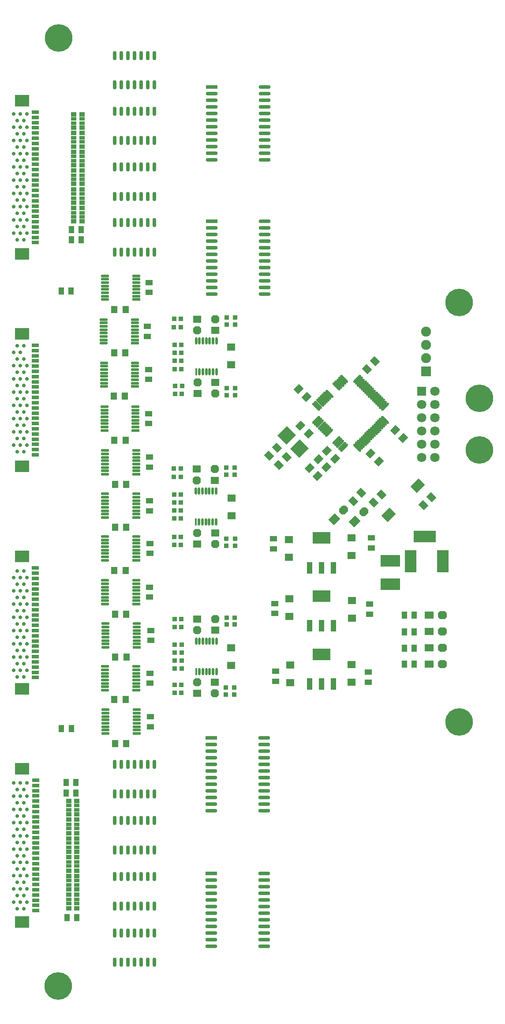
<source format=gts>
G04*
G04 #@! TF.GenerationSoftware,Altium Limited,Altium Designer,18.1.9 (240)*
G04*
G04 Layer_Color=8388736*
%FSLAX25Y25*%
%MOIN*%
G70*
G01*
G75*
%ADD49R,0.03800X0.03800*%
%ADD50R,0.03800X0.03800*%
%ADD51R,0.06300X0.05800*%
G04:AMPARAMS|DCode=52|XSize=63mil|YSize=58mil|CornerRadius=0mil|HoleSize=0mil|Usage=FLASHONLY|Rotation=0.000|XOffset=0mil|YOffset=0mil|HoleType=Round|Shape=Octagon|*
%AMOCTAGOND52*
4,1,8,0.03150,-0.01450,0.03150,0.01450,0.01700,0.02900,-0.01700,0.02900,-0.03150,0.01450,-0.03150,-0.01450,-0.01700,-0.02900,0.01700,-0.02900,0.03150,-0.01450,0.0*
%
%ADD52OCTAGOND52*%

%ADD53R,0.01784X0.05524*%
%ADD54O,0.01784X0.05524*%
%ADD55R,0.06312X0.05524*%
%ADD56R,0.09068X0.02965*%
%ADD57O,0.09068X0.02965*%
%ADD58R,0.05800X0.04300*%
%ADD59R,0.04300X0.05800*%
G04:AMPARAMS|DCode=60|XSize=19.81mil|YSize=78.87mil|CornerRadius=0mil|HoleSize=0mil|Usage=FLASHONLY|Rotation=45.000|XOffset=0mil|YOffset=0mil|HoleType=Round|Shape=Round|*
%AMOVALD60*
21,1,0.05906,0.01981,0.00000,0.00000,135.0*
1,1,0.01981,0.02088,-0.02088*
1,1,0.01981,-0.02088,0.02088*
%
%ADD60OVALD60*%

G04:AMPARAMS|DCode=61|XSize=19.81mil|YSize=78.87mil|CornerRadius=0mil|HoleSize=0mil|Usage=FLASHONLY|Rotation=135.000|XOffset=0mil|YOffset=0mil|HoleType=Round|Shape=Round|*
%AMOVALD61*
21,1,0.05906,0.01981,0.00000,0.00000,225.0*
1,1,0.01981,0.02088,0.02088*
1,1,0.01981,-0.02088,-0.02088*
%
%ADD61OVALD61*%

%ADD62O,0.02559X0.07087*%
G04:AMPARAMS|DCode=63|XSize=86.74mil|YSize=67.06mil|CornerRadius=0mil|HoleSize=0mil|Usage=FLASHONLY|Rotation=45.000|XOffset=0mil|YOffset=0mil|HoleType=Round|Shape=Rectangle|*
%AMROTATEDRECTD63*
4,1,4,-0.00696,-0.05438,-0.05438,-0.00696,0.00696,0.05438,0.05438,0.00696,-0.00696,-0.05438,0.0*
%
%ADD63ROTATEDRECTD63*%

G04:AMPARAMS|DCode=64|XSize=48mil|YSize=58mil|CornerRadius=0mil|HoleSize=0mil|Usage=FLASHONLY|Rotation=225.000|XOffset=0mil|YOffset=0mil|HoleType=Round|Shape=Rectangle|*
%AMROTATEDRECTD64*
4,1,4,-0.00354,0.03748,0.03748,-0.00354,0.00354,-0.03748,-0.03748,0.00354,-0.00354,0.03748,0.0*
%
%ADD64ROTATEDRECTD64*%

G04:AMPARAMS|DCode=65|XSize=68mil|YSize=58mil|CornerRadius=0mil|HoleSize=0mil|Usage=FLASHONLY|Rotation=45.000|XOffset=0mil|YOffset=0mil|HoleType=Round|Shape=Rectangle|*
%AMROTATEDRECTD65*
4,1,4,-0.00354,-0.04455,-0.04455,-0.00354,0.00354,0.04455,0.04455,0.00354,-0.00354,-0.04455,0.0*
%
%ADD65ROTATEDRECTD65*%

G04:AMPARAMS|DCode=66|XSize=68mil|YSize=58mil|CornerRadius=0mil|HoleSize=0mil|Usage=FLASHONLY|Rotation=45.000|XOffset=0mil|YOffset=0mil|HoleType=Round|Shape=Octagon|*
%AMOCTAGOND66*
4,1,8,0.03430,0.01379,0.01379,0.03430,-0.00672,0.03430,-0.03430,0.00672,-0.03430,-0.01379,-0.01379,-0.03430,0.00672,-0.03430,0.03430,-0.00672,0.03430,0.01379,0.0*
%
%ADD66OCTAGOND66*%

%ADD67R,0.04800X0.05800*%
%ADD68R,0.04343X0.03359*%
%ADD69R,0.04343X0.02769*%
%ADD70O,0.06312X0.01981*%
%ADD71R,0.06312X0.01981*%
%ADD72R,0.05721X0.02769*%
%ADD73R,0.10642X0.08674*%
%ADD74R,0.14580X0.08674*%
G04:AMPARAMS|DCode=75|XSize=48mil|YSize=58mil|CornerRadius=0mil|HoleSize=0mil|Usage=FLASHONLY|Rotation=315.000|XOffset=0mil|YOffset=0mil|HoleType=Round|Shape=Rectangle|*
%AMROTATEDRECTD75*
4,1,4,-0.03748,-0.00354,0.00354,0.03748,0.03748,0.00354,-0.00354,-0.03748,-0.03748,-0.00354,0.0*
%
%ADD75ROTATEDRECTD75*%

%ADD76R,0.06800X0.05800*%
G04:AMPARAMS|DCode=77|XSize=68mil|YSize=58mil|CornerRadius=0mil|HoleSize=0mil|Usage=FLASHONLY|Rotation=0.000|XOffset=0mil|YOffset=0mil|HoleType=Round|Shape=Octagon|*
%AMOCTAGOND77*
4,1,8,0.03400,-0.01450,0.03400,0.01450,0.01950,0.02900,-0.01950,0.02900,-0.03400,0.01450,-0.03400,-0.01450,-0.01950,-0.02900,0.01950,-0.02900,0.03400,-0.01450,0.0*
%
%ADD77OCTAGOND77*%

%ADD78R,0.04343X0.09068*%
%ADD79R,0.13398X0.09068*%
G04:AMPARAMS|DCode=80|XSize=102.49mil|YSize=94.61mil|CornerRadius=0mil|HoleSize=0mil|Usage=FLASHONLY|Rotation=225.000|XOffset=0mil|YOffset=0mil|HoleType=Round|Shape=Rectangle|*
%AMROTATEDRECTD80*
4,1,4,0.00278,0.06969,0.06969,0.00278,-0.00278,-0.06969,-0.06969,-0.00278,0.00278,0.06969,0.0*
%
%ADD80ROTATEDRECTD80*%

%ADD81C,0.20800*%
%ADD82R,0.07099X0.07099*%
%ADD83C,0.07099*%
%ADD84R,0.08674X0.16548*%
%ADD85R,0.16548X0.08674*%
%ADD86R,0.07493X0.07493*%
%ADD87C,0.07493*%
%ADD88C,0.02800*%
D49*
X189341Y498700D02*
D03*
X194459D02*
D03*
X194519Y504700D02*
D03*
X189401D02*
D03*
X188901Y517500D02*
D03*
X194019D02*
D03*
X188901Y523600D02*
D03*
X194019D02*
D03*
Y535800D02*
D03*
X188901D02*
D03*
X194019Y529800D02*
D03*
X188901D02*
D03*
X188500Y549200D02*
D03*
X193618D02*
D03*
X193719Y555300D02*
D03*
X188601D02*
D03*
X193659Y390868D02*
D03*
X188541D02*
D03*
Y384868D02*
D03*
X193659D02*
D03*
X188600Y404667D02*
D03*
X193718D02*
D03*
X188600Y410667D02*
D03*
X193718D02*
D03*
X193819Y422668D02*
D03*
X188701D02*
D03*
X193719Y416668D02*
D03*
X188601D02*
D03*
X188459Y436168D02*
D03*
X193578D02*
D03*
X193519Y442268D02*
D03*
X188401D02*
D03*
X188841Y273100D02*
D03*
X193959D02*
D03*
X193959Y279100D02*
D03*
X188841D02*
D03*
X189141Y291400D02*
D03*
X194259D02*
D03*
Y309500D02*
D03*
X189141D02*
D03*
X194259Y303441D02*
D03*
X189141D02*
D03*
X194159Y328800D02*
D03*
X189041D02*
D03*
X188941Y322800D02*
D03*
X194059D02*
D03*
X189141Y297400D02*
D03*
X194259D02*
D03*
D50*
X234659Y551241D02*
D03*
Y556359D02*
D03*
X228259Y556300D02*
D03*
Y551182D02*
D03*
X234759Y497841D02*
D03*
Y502959D02*
D03*
X228359Y497882D02*
D03*
Y503000D02*
D03*
X234459Y437809D02*
D03*
Y442927D02*
D03*
X228060Y442927D02*
D03*
Y437808D02*
D03*
X234559Y384209D02*
D03*
Y389327D02*
D03*
X228159Y384209D02*
D03*
Y389327D02*
D03*
X234500Y324641D02*
D03*
Y329759D02*
D03*
X228200Y329759D02*
D03*
Y324641D02*
D03*
X234000Y271841D02*
D03*
Y276959D02*
D03*
X227800Y271841D02*
D03*
Y276959D02*
D03*
D51*
X206309Y499000D02*
D03*
X219809Y507400D02*
D03*
X206159Y555200D02*
D03*
X219509Y546800D02*
D03*
X206009Y385368D02*
D03*
X219509Y393868D02*
D03*
X205809Y441968D02*
D03*
X219209Y433468D02*
D03*
X206150Y328687D02*
D03*
X219550Y320400D02*
D03*
X205850Y272900D02*
D03*
X219450Y281100D02*
D03*
D52*
X219809Y499000D02*
D03*
X206309Y507400D02*
D03*
X219659Y555200D02*
D03*
X206009Y546800D02*
D03*
X219509Y385368D02*
D03*
X206009Y393868D02*
D03*
X219309Y441968D02*
D03*
X205709Y433468D02*
D03*
X219650Y328687D02*
D03*
X206050Y320400D02*
D03*
X219350Y272900D02*
D03*
X205950Y281100D02*
D03*
D53*
X205182Y515386D02*
D03*
X204882Y402153D02*
D03*
X205223Y288986D02*
D03*
D54*
X207741Y515386D02*
D03*
X210300D02*
D03*
X212859D02*
D03*
X215418D02*
D03*
X217977D02*
D03*
X220536D02*
D03*
Y538614D02*
D03*
X217977D02*
D03*
X215418D02*
D03*
X212859D02*
D03*
X210300D02*
D03*
X207741D02*
D03*
X205182D02*
D03*
X207441Y402153D02*
D03*
X210000D02*
D03*
X212559D02*
D03*
X215118D02*
D03*
X217677D02*
D03*
X220236D02*
D03*
Y425382D02*
D03*
X217677D02*
D03*
X215118D02*
D03*
X212559D02*
D03*
X210000D02*
D03*
X207441D02*
D03*
X204882D02*
D03*
X207782Y288986D02*
D03*
X210341D02*
D03*
X212900D02*
D03*
X215459D02*
D03*
X218018D02*
D03*
X220577D02*
D03*
Y312214D02*
D03*
X218018D02*
D03*
X215459D02*
D03*
X212900D02*
D03*
X210341D02*
D03*
X207782D02*
D03*
X205223D02*
D03*
D55*
X231759Y534093D02*
D03*
Y520707D02*
D03*
X231959Y420061D02*
D03*
Y406675D02*
D03*
X231600Y306993D02*
D03*
Y293607D02*
D03*
X275737Y344164D02*
D03*
Y330779D02*
D03*
X276426Y294186D02*
D03*
Y280800D02*
D03*
X275426Y388745D02*
D03*
Y375359D02*
D03*
X322670Y294355D02*
D03*
Y280970D02*
D03*
X322867Y342879D02*
D03*
Y329493D02*
D03*
X322572Y390025D02*
D03*
Y376639D02*
D03*
D56*
X216818Y136900D02*
D03*
X217118Y629000D02*
D03*
Y730500D02*
D03*
X216818Y239000D02*
D03*
D57*
Y131900D02*
D03*
Y126900D02*
D03*
Y121900D02*
D03*
Y116900D02*
D03*
Y111900D02*
D03*
Y106900D02*
D03*
Y101900D02*
D03*
Y96900D02*
D03*
Y91900D02*
D03*
X256582Y116900D02*
D03*
Y111900D02*
D03*
Y106900D02*
D03*
Y101900D02*
D03*
Y96900D02*
D03*
Y91900D02*
D03*
Y86900D02*
D03*
Y81900D02*
D03*
X216818D02*
D03*
Y86900D02*
D03*
X256582Y136900D02*
D03*
Y131900D02*
D03*
Y126900D02*
D03*
Y121900D02*
D03*
X217118Y624000D02*
D03*
Y619000D02*
D03*
Y614000D02*
D03*
Y609000D02*
D03*
Y604000D02*
D03*
Y599000D02*
D03*
Y594000D02*
D03*
Y589000D02*
D03*
Y584000D02*
D03*
X256882Y609000D02*
D03*
Y604000D02*
D03*
Y599000D02*
D03*
Y594000D02*
D03*
Y589000D02*
D03*
Y584000D02*
D03*
Y579000D02*
D03*
Y574000D02*
D03*
X217118D02*
D03*
Y579000D02*
D03*
X256882Y629000D02*
D03*
Y624000D02*
D03*
Y619000D02*
D03*
Y614000D02*
D03*
X217118Y725500D02*
D03*
Y720500D02*
D03*
Y715500D02*
D03*
Y710500D02*
D03*
Y705500D02*
D03*
Y700500D02*
D03*
Y695500D02*
D03*
Y690500D02*
D03*
Y685500D02*
D03*
X256882Y710500D02*
D03*
Y705500D02*
D03*
Y700500D02*
D03*
Y695500D02*
D03*
Y690500D02*
D03*
Y685500D02*
D03*
Y680500D02*
D03*
Y675500D02*
D03*
X217118D02*
D03*
Y680500D02*
D03*
X256882Y730500D02*
D03*
Y725500D02*
D03*
Y720500D02*
D03*
Y715500D02*
D03*
X256582Y224000D02*
D03*
Y229000D02*
D03*
Y234000D02*
D03*
Y239000D02*
D03*
X216818Y189000D02*
D03*
Y184000D02*
D03*
X256582D02*
D03*
Y189000D02*
D03*
Y194000D02*
D03*
Y199000D02*
D03*
Y204000D02*
D03*
Y209000D02*
D03*
Y214000D02*
D03*
Y219000D02*
D03*
X216818Y194000D02*
D03*
Y199000D02*
D03*
Y204000D02*
D03*
Y209000D02*
D03*
Y214000D02*
D03*
Y219000D02*
D03*
Y224000D02*
D03*
Y229000D02*
D03*
Y234000D02*
D03*
D58*
X169463Y509660D02*
D03*
X169463Y517140D02*
D03*
X170110Y451009D02*
D03*
Y443529D02*
D03*
X170166Y417939D02*
D03*
X170166Y410458D02*
D03*
X170110Y352781D02*
D03*
Y345301D02*
D03*
X170472Y385852D02*
D03*
Y378372D02*
D03*
X170897Y320104D02*
D03*
Y312624D02*
D03*
X170179Y287821D02*
D03*
Y280341D02*
D03*
X170700Y255041D02*
D03*
Y247560D02*
D03*
X169700Y582840D02*
D03*
X169700Y575360D02*
D03*
X169323Y483884D02*
D03*
X169323Y476403D02*
D03*
X168500Y549641D02*
D03*
X168500Y542160D02*
D03*
X264737Y333102D02*
D03*
Y340582D02*
D03*
X265362Y281778D02*
D03*
Y289259D02*
D03*
X263812Y381856D02*
D03*
Y389336D02*
D03*
X335367Y281167D02*
D03*
Y288647D02*
D03*
X336351Y332544D02*
D03*
Y340025D02*
D03*
X337729Y382545D02*
D03*
Y390025D02*
D03*
D59*
X362522Y294618D02*
D03*
X370003D02*
D03*
X110706Y576400D02*
D03*
X103226Y576400D02*
D03*
X110840Y246000D02*
D03*
X103360Y246000D02*
D03*
X107600Y103500D02*
D03*
X115080Y103500D02*
D03*
X106966Y197485D02*
D03*
X114446D02*
D03*
X118383Y614989D02*
D03*
X110903D02*
D03*
X118383Y622863D02*
D03*
X110903D02*
D03*
X114446Y205359D02*
D03*
X106966D02*
D03*
X370003Y306919D02*
D03*
X362522D02*
D03*
X370003Y319118D02*
D03*
X362522D02*
D03*
X362522Y331718D02*
D03*
X370002D02*
D03*
D60*
X332580Y463819D02*
D03*
X296111Y489152D02*
D03*
X297503Y490544D02*
D03*
X298895Y491936D02*
D03*
X300287Y493328D02*
D03*
X301679Y494720D02*
D03*
X303071Y496112D02*
D03*
X304463Y497504D02*
D03*
X305855Y498896D02*
D03*
X311422Y504464D02*
D03*
X312814Y505856D02*
D03*
X314206Y507248D02*
D03*
X315598Y508640D02*
D03*
X316990Y510032D02*
D03*
X347891Y479130D02*
D03*
X346499Y477739D02*
D03*
X345107Y476346D02*
D03*
X343715Y474955D02*
D03*
X342323Y473563D02*
D03*
X340932Y472171D02*
D03*
X339540Y470779D02*
D03*
X338148Y469387D02*
D03*
X336756Y467995D02*
D03*
X335364Y466603D02*
D03*
X333972Y465211D02*
D03*
X331188Y462427D02*
D03*
X329796Y461035D02*
D03*
X328404Y459643D02*
D03*
X327012Y458251D02*
D03*
D61*
Y510032D02*
D03*
X328404Y508640D02*
D03*
X329796Y507248D02*
D03*
X331188Y505856D02*
D03*
X332580Y504464D02*
D03*
X333972Y503072D02*
D03*
X335364Y501680D02*
D03*
X336756Y500288D02*
D03*
X338148Y498896D02*
D03*
X339540Y497504D02*
D03*
X340932Y496112D02*
D03*
X342323Y494720D02*
D03*
X343715Y493328D02*
D03*
X345107Y491936D02*
D03*
X346499Y490544D02*
D03*
X347891Y489152D02*
D03*
X316919Y458181D02*
D03*
X315528Y459573D02*
D03*
X314136Y460964D02*
D03*
X312744Y462356D02*
D03*
X311352Y463748D02*
D03*
X305784Y469316D02*
D03*
X304392Y470708D02*
D03*
X303000Y472100D02*
D03*
X301608Y473492D02*
D03*
X300216Y474884D02*
D03*
X298824Y476276D02*
D03*
X297432Y477668D02*
D03*
X296040Y479060D02*
D03*
D62*
X168700Y134267D02*
D03*
X163700D02*
D03*
X158700D02*
D03*
X153700D02*
D03*
X148700D02*
D03*
X143700D02*
D03*
X173700D02*
D03*
X173700Y112067D02*
D03*
X168700Y112067D02*
D03*
X163700Y112067D02*
D03*
X158700D02*
D03*
X153700D02*
D03*
X148700D02*
D03*
X143700D02*
D03*
X143700Y69700D02*
D03*
X148700D02*
D03*
X153700D02*
D03*
X158700D02*
D03*
X163700D02*
D03*
X168700D02*
D03*
X173700D02*
D03*
X173700Y91900D02*
D03*
X143700D02*
D03*
X148700D02*
D03*
X153700D02*
D03*
X158700D02*
D03*
X163700D02*
D03*
X168700D02*
D03*
X143700Y732000D02*
D03*
X148700D02*
D03*
X153700D02*
D03*
X158700D02*
D03*
X163700D02*
D03*
X168700D02*
D03*
X173700D02*
D03*
X173700Y754200D02*
D03*
X143700D02*
D03*
X148700D02*
D03*
X153700D02*
D03*
X158700D02*
D03*
X163700D02*
D03*
X168700D02*
D03*
X143700Y689933D02*
D03*
X148700D02*
D03*
X153700D02*
D03*
X158700D02*
D03*
X163700D02*
D03*
X168700D02*
D03*
X173700D02*
D03*
X173700Y712133D02*
D03*
X143700D02*
D03*
X148700D02*
D03*
X153700D02*
D03*
X158700D02*
D03*
X163700D02*
D03*
X168700D02*
D03*
X143700Y647867D02*
D03*
X148700D02*
D03*
X153700D02*
D03*
X158700D02*
D03*
X163700D02*
D03*
X168700D02*
D03*
X173700D02*
D03*
X173700Y670067D02*
D03*
X143700D02*
D03*
X148700D02*
D03*
X153700D02*
D03*
X158700D02*
D03*
X163700D02*
D03*
X168700D02*
D03*
X143700Y605800D02*
D03*
X148700D02*
D03*
X153700D02*
D03*
X158700D02*
D03*
X163700D02*
D03*
X168700D02*
D03*
X173700D02*
D03*
X173700Y628000D02*
D03*
X143700D02*
D03*
X148700D02*
D03*
X153700D02*
D03*
X158700D02*
D03*
X163700D02*
D03*
X168700D02*
D03*
X143700Y196800D02*
D03*
X148700D02*
D03*
X153700D02*
D03*
X158700D02*
D03*
X163700D02*
D03*
X168700Y196800D02*
D03*
X173700Y196800D02*
D03*
X173700Y219000D02*
D03*
X143700D02*
D03*
X148700D02*
D03*
X153700D02*
D03*
X158700D02*
D03*
X163700D02*
D03*
X168700D02*
D03*
X143700Y154433D02*
D03*
X148700D02*
D03*
X153700D02*
D03*
X158700D02*
D03*
X163700D02*
D03*
X168700Y154433D02*
D03*
X173700Y154433D02*
D03*
X173700Y176633D02*
D03*
X143700D02*
D03*
X148700D02*
D03*
X153700D02*
D03*
X158700D02*
D03*
X163700D02*
D03*
X168700D02*
D03*
D63*
X372822Y429478D02*
D03*
X350794Y407339D02*
D03*
D64*
X382973Y420829D02*
D03*
X376962Y414818D02*
D03*
X345462Y422718D02*
D03*
X339452Y416708D02*
D03*
X329973Y423929D02*
D03*
X323962Y417918D02*
D03*
X267562Y445125D02*
D03*
X273573Y451135D02*
D03*
X260362Y452118D02*
D03*
X266373Y458129D02*
D03*
X334452Y517408D02*
D03*
X340462Y523418D02*
D03*
D65*
X309591Y403947D02*
D03*
X325016Y402579D02*
D03*
D66*
X316662Y411018D02*
D03*
X332087Y409650D02*
D03*
D67*
X152394Y234868D02*
D03*
X143894D02*
D03*
X152000Y562427D02*
D03*
X143500D02*
D03*
X151776Y529750D02*
D03*
X143276D02*
D03*
X151500Y497073D02*
D03*
X143000D02*
D03*
X151894Y463608D02*
D03*
X143394D02*
D03*
X152394Y430537D02*
D03*
X143894D02*
D03*
X152449Y398253D02*
D03*
X143949D02*
D03*
X152000Y365576D02*
D03*
X143500D02*
D03*
X152394Y332588D02*
D03*
X143894D02*
D03*
X152626Y300222D02*
D03*
X144126D02*
D03*
X152000Y267939D02*
D03*
X143500D02*
D03*
D68*
X112675Y695640D02*
D03*
Y685562D02*
D03*
X118974D02*
D03*
Y695640D02*
D03*
X112675Y681489D02*
D03*
X112675Y671410D02*
D03*
X118974D02*
D03*
Y681489D02*
D03*
X112675Y667337D02*
D03*
Y657258D02*
D03*
X118974Y657258D02*
D03*
Y667337D02*
D03*
X112675Y653185D02*
D03*
Y643106D02*
D03*
X118974Y643106D02*
D03*
Y653185D02*
D03*
X112675Y639033D02*
D03*
Y628955D02*
D03*
X118974Y628955D02*
D03*
Y639033D02*
D03*
X118974Y709792D02*
D03*
Y699713D02*
D03*
X112675D02*
D03*
Y709792D02*
D03*
X108850Y134808D02*
D03*
Y124729D02*
D03*
X115149D02*
D03*
Y134808D02*
D03*
X108850Y148981D02*
D03*
Y138902D02*
D03*
X115149Y138902D02*
D03*
Y148981D02*
D03*
X108850Y163154D02*
D03*
Y153076D02*
D03*
X115149Y153076D02*
D03*
Y163154D02*
D03*
X108850Y177328D02*
D03*
Y167249D02*
D03*
X115149D02*
D03*
Y177328D02*
D03*
X108850Y191501D02*
D03*
Y181422D02*
D03*
X115149D02*
D03*
Y191501D02*
D03*
X108850Y120635D02*
D03*
Y110556D02*
D03*
X115149D02*
D03*
Y120635D02*
D03*
D69*
X112675Y692176D02*
D03*
Y689026D02*
D03*
X118974D02*
D03*
Y692176D02*
D03*
X112675Y678024D02*
D03*
Y674874D02*
D03*
X118974Y674874D02*
D03*
Y678024D02*
D03*
X112675Y663872D02*
D03*
Y660723D02*
D03*
X118974Y660723D02*
D03*
X118974Y663872D02*
D03*
X112675Y649721D02*
D03*
Y646571D02*
D03*
X118974Y646571D02*
D03*
X118974Y649721D02*
D03*
X112675Y635569D02*
D03*
Y632419D02*
D03*
X118974D02*
D03*
Y635569D02*
D03*
X118974Y706327D02*
D03*
Y703178D02*
D03*
X112675D02*
D03*
Y706327D02*
D03*
X108850Y131343D02*
D03*
Y128194D02*
D03*
X115149Y128194D02*
D03*
X115149Y131343D02*
D03*
X108850Y145517D02*
D03*
Y142367D02*
D03*
X115149D02*
D03*
Y145517D02*
D03*
X108850Y159690D02*
D03*
Y156540D02*
D03*
X115149D02*
D03*
Y159690D02*
D03*
X108850Y173863D02*
D03*
Y170713D02*
D03*
X115149D02*
D03*
Y173863D02*
D03*
X108850Y188036D02*
D03*
Y184887D02*
D03*
X115149D02*
D03*
Y188036D02*
D03*
X108850Y117170D02*
D03*
Y114021D02*
D03*
X115149D02*
D03*
Y117170D02*
D03*
D70*
X136731Y242446D02*
D03*
Y245005D02*
D03*
Y247565D02*
D03*
Y250124D02*
D03*
Y252683D02*
D03*
Y255242D02*
D03*
Y257801D02*
D03*
Y260360D02*
D03*
X160353D02*
D03*
Y257801D02*
D03*
Y255242D02*
D03*
Y252683D02*
D03*
Y250124D02*
D03*
Y247565D02*
D03*
Y245005D02*
D03*
X136337Y275124D02*
D03*
Y277683D02*
D03*
Y280242D02*
D03*
Y282801D02*
D03*
Y285360D02*
D03*
Y287919D02*
D03*
Y290478D02*
D03*
Y293037D02*
D03*
X159959D02*
D03*
Y290478D02*
D03*
Y287919D02*
D03*
Y285360D02*
D03*
Y282801D02*
D03*
Y280242D02*
D03*
Y277683D02*
D03*
X136662Y307407D02*
D03*
Y309966D02*
D03*
Y312525D02*
D03*
Y315084D02*
D03*
Y317643D02*
D03*
Y320202D02*
D03*
Y322761D02*
D03*
Y325321D02*
D03*
X160284D02*
D03*
Y322761D02*
D03*
Y320202D02*
D03*
Y317643D02*
D03*
Y315084D02*
D03*
Y312525D02*
D03*
Y309966D02*
D03*
X136236Y373155D02*
D03*
Y375714D02*
D03*
Y378273D02*
D03*
Y380832D02*
D03*
Y383391D02*
D03*
Y385950D02*
D03*
Y388509D02*
D03*
Y391069D02*
D03*
X159858D02*
D03*
Y388509D02*
D03*
Y385950D02*
D03*
Y383391D02*
D03*
Y380832D02*
D03*
Y378273D02*
D03*
Y375714D02*
D03*
X136268Y340084D02*
D03*
Y342643D02*
D03*
Y345202D02*
D03*
Y347761D02*
D03*
Y350321D02*
D03*
Y352880D02*
D03*
Y355439D02*
D03*
Y357998D02*
D03*
X159890D02*
D03*
Y355439D02*
D03*
Y352880D02*
D03*
Y350321D02*
D03*
Y347761D02*
D03*
Y345202D02*
D03*
Y342643D02*
D03*
X136323Y405439D02*
D03*
Y407998D02*
D03*
Y410557D02*
D03*
Y413116D02*
D03*
Y415675D02*
D03*
Y418234D02*
D03*
Y420793D02*
D03*
Y423352D02*
D03*
X159945D02*
D03*
Y420793D02*
D03*
Y418234D02*
D03*
Y415675D02*
D03*
Y413116D02*
D03*
Y410557D02*
D03*
Y407998D02*
D03*
X136268Y438116D02*
D03*
Y440675D02*
D03*
Y443234D02*
D03*
Y445793D02*
D03*
Y448352D02*
D03*
Y450911D02*
D03*
Y453470D02*
D03*
Y456029D02*
D03*
X159890D02*
D03*
Y453470D02*
D03*
Y450911D02*
D03*
Y448352D02*
D03*
Y445793D02*
D03*
Y443234D02*
D03*
Y440675D02*
D03*
X136268Y570006D02*
D03*
Y572565D02*
D03*
Y575124D02*
D03*
Y577683D02*
D03*
Y580242D02*
D03*
Y582801D02*
D03*
Y585360D02*
D03*
Y587919D02*
D03*
X159890D02*
D03*
Y585360D02*
D03*
Y582801D02*
D03*
Y580242D02*
D03*
Y577683D02*
D03*
Y575124D02*
D03*
Y572565D02*
D03*
X135480Y536935D02*
D03*
Y539494D02*
D03*
Y542053D02*
D03*
Y544612D02*
D03*
Y547171D02*
D03*
Y549730D02*
D03*
Y552289D02*
D03*
Y554848D02*
D03*
X159102D02*
D03*
Y552289D02*
D03*
Y549730D02*
D03*
Y547171D02*
D03*
Y544612D02*
D03*
Y542053D02*
D03*
Y539494D02*
D03*
X135536Y504257D02*
D03*
Y506816D02*
D03*
Y509376D02*
D03*
Y511935D02*
D03*
Y514494D02*
D03*
Y517053D02*
D03*
Y519612D02*
D03*
Y522171D02*
D03*
X159158D02*
D03*
Y519612D02*
D03*
Y517053D02*
D03*
Y514494D02*
D03*
Y511935D02*
D03*
Y509376D02*
D03*
Y506816D02*
D03*
X135843Y471187D02*
D03*
Y473746D02*
D03*
Y476305D02*
D03*
Y478864D02*
D03*
Y481423D02*
D03*
Y483982D02*
D03*
Y486541D02*
D03*
Y489100D02*
D03*
X159465D02*
D03*
Y486541D02*
D03*
Y483982D02*
D03*
Y481423D02*
D03*
Y478864D02*
D03*
Y476305D02*
D03*
Y473746D02*
D03*
D71*
X160353Y242446D02*
D03*
X159959Y275124D02*
D03*
X160284Y307407D02*
D03*
X159858Y373155D02*
D03*
X159890Y340084D02*
D03*
X159945Y405439D02*
D03*
X159890Y438116D02*
D03*
Y570006D02*
D03*
X159102Y536935D02*
D03*
X159158Y504257D02*
D03*
X159465Y471187D02*
D03*
D72*
X83836Y284635D02*
D03*
Y296446D02*
D03*
Y300383D02*
D03*
Y304320D02*
D03*
Y308257D02*
D03*
Y324005D02*
D03*
Y327942D02*
D03*
Y320068D02*
D03*
Y316131D02*
D03*
Y331879D02*
D03*
Y335816D02*
D03*
Y339753D02*
D03*
Y343690D02*
D03*
Y347627D02*
D03*
Y351564D02*
D03*
Y355501D02*
D03*
Y359438D02*
D03*
Y363375D02*
D03*
Y367312D02*
D03*
Y312194D02*
D03*
Y292509D02*
D03*
Y288572D02*
D03*
Y452745D02*
D03*
Y464556D02*
D03*
Y468493D02*
D03*
Y472430D02*
D03*
Y476367D02*
D03*
Y492115D02*
D03*
Y496052D02*
D03*
Y488178D02*
D03*
Y484241D02*
D03*
Y499989D02*
D03*
Y503926D02*
D03*
Y507863D02*
D03*
Y511800D02*
D03*
Y515737D02*
D03*
Y519674D02*
D03*
Y523611D02*
D03*
Y527548D02*
D03*
Y531485D02*
D03*
Y535422D02*
D03*
Y480304D02*
D03*
Y460619D02*
D03*
Y456682D02*
D03*
Y612981D02*
D03*
Y616918D02*
D03*
Y624792D02*
D03*
Y632666D02*
D03*
Y636603D02*
D03*
Y656288D02*
D03*
Y711406D02*
D03*
Y707469D02*
D03*
Y703532D02*
D03*
Y699595D02*
D03*
Y695658D02*
D03*
Y691721D02*
D03*
Y687784D02*
D03*
Y683847D02*
D03*
Y679910D02*
D03*
Y675973D02*
D03*
Y660225D02*
D03*
Y664162D02*
D03*
Y672036D02*
D03*
Y668099D02*
D03*
Y652351D02*
D03*
Y648414D02*
D03*
Y644477D02*
D03*
Y640540D02*
D03*
Y628729D02*
D03*
Y620855D02*
D03*
X83935Y108690D02*
D03*
Y112627D02*
D03*
Y120501D02*
D03*
Y128375D02*
D03*
Y132312D02*
D03*
Y151997D02*
D03*
Y207115D02*
D03*
Y203178D02*
D03*
Y199241D02*
D03*
Y195304D02*
D03*
Y191367D02*
D03*
Y187430D02*
D03*
Y183493D02*
D03*
Y179556D02*
D03*
Y175619D02*
D03*
Y171682D02*
D03*
Y155934D02*
D03*
Y159871D02*
D03*
Y167745D02*
D03*
Y163808D02*
D03*
Y148060D02*
D03*
Y144123D02*
D03*
Y140186D02*
D03*
Y136249D02*
D03*
Y124438D02*
D03*
Y116564D02*
D03*
D73*
X73698Y276013D02*
D03*
Y375934D02*
D03*
Y444123D02*
D03*
Y544044D02*
D03*
Y720028D02*
D03*
Y604359D02*
D03*
X73797Y215737D02*
D03*
Y100068D02*
D03*
D74*
X351962Y355060D02*
D03*
Y372777D02*
D03*
D75*
X290962Y442718D02*
D03*
X296973Y436708D02*
D03*
X310173Y449908D02*
D03*
X304162Y455918D02*
D03*
X303573Y443508D02*
D03*
X297562Y449518D02*
D03*
X282552Y502549D02*
D03*
X288562Y496538D02*
D03*
X361676Y465525D02*
D03*
X355665Y471535D02*
D03*
X343173Y447658D02*
D03*
X337162Y453669D02*
D03*
X290173Y468608D02*
D03*
X284162Y474618D02*
D03*
D76*
X381462Y294918D02*
D03*
Y307218D02*
D03*
Y319518D02*
D03*
Y331818D02*
D03*
D77*
X391462Y294918D02*
D03*
Y307218D02*
D03*
Y319518D02*
D03*
Y331818D02*
D03*
D78*
X290871Y279773D02*
D03*
X299926D02*
D03*
X308981D02*
D03*
X290871Y323637D02*
D03*
X299926D02*
D03*
X308981D02*
D03*
X290871Y367501D02*
D03*
X299926D02*
D03*
X308981D02*
D03*
D79*
X299926Y302214D02*
D03*
Y346078D02*
D03*
Y389942D02*
D03*
D80*
X283434Y457555D02*
D03*
X273690Y467299D02*
D03*
D81*
X419363Y456430D02*
D03*
X403862Y567818D02*
D03*
X403962Y251018D02*
D03*
X101100Y51900D02*
D03*
X101400Y767400D02*
D03*
X419363Y495406D02*
D03*
D82*
X375662Y500918D02*
D03*
D83*
X385662D02*
D03*
X375662Y490918D02*
D03*
X385662D02*
D03*
X375662Y480918D02*
D03*
X385662D02*
D03*
X375662Y470918D02*
D03*
X385662D02*
D03*
X375662Y460918D02*
D03*
X385662D02*
D03*
X375662Y450918D02*
D03*
X385662D02*
D03*
D84*
X367353Y372518D02*
D03*
X391762D02*
D03*
D85*
X377983Y391022D02*
D03*
D86*
X378962Y515618D02*
D03*
D87*
Y525618D02*
D03*
Y535618D02*
D03*
Y545618D02*
D03*
D88*
X77500Y205000D02*
D03*
X75000Y200000D02*
D03*
X77500Y195000D02*
D03*
X75000Y190000D02*
D03*
X77500Y185000D02*
D03*
X75000Y180000D02*
D03*
X77500Y175000D02*
D03*
X75000Y170000D02*
D03*
X77500Y165000D02*
D03*
X75000Y160000D02*
D03*
X77500Y155000D02*
D03*
X75000Y150000D02*
D03*
X77500Y145000D02*
D03*
X75000Y140000D02*
D03*
X77500Y135000D02*
D03*
X75000Y130000D02*
D03*
X77500Y125000D02*
D03*
X75000Y120000D02*
D03*
X77500Y115000D02*
D03*
X75000Y110000D02*
D03*
X72500Y205000D02*
D03*
X70000Y200000D02*
D03*
X72500Y195000D02*
D03*
X70000Y190000D02*
D03*
X72500Y185000D02*
D03*
X70000Y180000D02*
D03*
X72500Y175000D02*
D03*
X70000Y170000D02*
D03*
X72500Y165000D02*
D03*
X70000Y160000D02*
D03*
X72500Y155000D02*
D03*
X70000Y150000D02*
D03*
X72500Y145000D02*
D03*
X70000Y140000D02*
D03*
X72500Y135000D02*
D03*
X70000Y130000D02*
D03*
X72500Y125000D02*
D03*
X70000Y120000D02*
D03*
X72500Y115000D02*
D03*
X70000Y110000D02*
D03*
X67500Y205000D02*
D03*
Y195000D02*
D03*
Y185000D02*
D03*
Y175000D02*
D03*
Y165000D02*
D03*
Y155000D02*
D03*
Y145000D02*
D03*
Y135000D02*
D03*
Y125000D02*
D03*
Y115000D02*
D03*
X77500Y710000D02*
D03*
X75000Y705000D02*
D03*
X77500Y700000D02*
D03*
X75000Y695000D02*
D03*
X77500Y690000D02*
D03*
X75000Y685000D02*
D03*
X77500Y680000D02*
D03*
X75000Y675000D02*
D03*
X77500Y670000D02*
D03*
X75000Y665000D02*
D03*
X77500Y660000D02*
D03*
X75000Y655000D02*
D03*
X77500Y650000D02*
D03*
X75000Y645000D02*
D03*
X77500Y640000D02*
D03*
X75000Y635000D02*
D03*
X77500Y630000D02*
D03*
X75000Y625000D02*
D03*
X77500Y620000D02*
D03*
X75000Y615000D02*
D03*
X72500Y710000D02*
D03*
X70000Y705000D02*
D03*
X72500Y700000D02*
D03*
X70000Y695000D02*
D03*
X72500Y690000D02*
D03*
X70000Y685000D02*
D03*
X72500Y680000D02*
D03*
X70000Y675000D02*
D03*
X72500Y670000D02*
D03*
X70000Y665000D02*
D03*
X72500Y660000D02*
D03*
X70000Y655000D02*
D03*
X72500Y650000D02*
D03*
X70000Y645000D02*
D03*
X72500Y640000D02*
D03*
X70000Y635000D02*
D03*
X72500Y630000D02*
D03*
X70000Y625000D02*
D03*
X72500Y620000D02*
D03*
X70000Y615000D02*
D03*
X67500Y710000D02*
D03*
Y700000D02*
D03*
Y690000D02*
D03*
Y680000D02*
D03*
Y670000D02*
D03*
Y660000D02*
D03*
Y650000D02*
D03*
Y640000D02*
D03*
Y630000D02*
D03*
Y620000D02*
D03*
X75000Y365000D02*
D03*
X77500Y360000D02*
D03*
X75000Y355000D02*
D03*
X77500Y350000D02*
D03*
X75000Y345000D02*
D03*
X77500Y340000D02*
D03*
X75000Y335000D02*
D03*
X77500Y330000D02*
D03*
X75000Y325000D02*
D03*
X77500Y320000D02*
D03*
X75000Y315000D02*
D03*
X77500Y310000D02*
D03*
X75000Y305000D02*
D03*
X77500Y300000D02*
D03*
X75000Y295000D02*
D03*
X77500Y290000D02*
D03*
X75000Y285000D02*
D03*
X70000Y365000D02*
D03*
X72500Y360000D02*
D03*
X70000Y355000D02*
D03*
X72500Y350000D02*
D03*
X70000Y345000D02*
D03*
X72500Y340000D02*
D03*
X70000Y335000D02*
D03*
X72500Y330000D02*
D03*
X70000Y325000D02*
D03*
X72500Y320000D02*
D03*
X70000Y315000D02*
D03*
X72500Y310000D02*
D03*
X70000Y305000D02*
D03*
X72500Y300000D02*
D03*
X70000Y295000D02*
D03*
X72500Y290000D02*
D03*
X70000Y285000D02*
D03*
X67500Y360000D02*
D03*
Y350000D02*
D03*
Y340000D02*
D03*
Y330000D02*
D03*
Y320000D02*
D03*
Y310000D02*
D03*
Y300000D02*
D03*
Y290000D02*
D03*
X75000Y535000D02*
D03*
Y525000D02*
D03*
X77500Y520000D02*
D03*
X75000Y515000D02*
D03*
X77500Y510000D02*
D03*
X75000Y505000D02*
D03*
X77500Y500000D02*
D03*
X75000Y495000D02*
D03*
X77500Y490000D02*
D03*
X75000Y485000D02*
D03*
X77500Y480000D02*
D03*
X75000Y475000D02*
D03*
X77500Y470000D02*
D03*
X75000Y465000D02*
D03*
X77500Y460000D02*
D03*
X75000Y455000D02*
D03*
X70000Y535000D02*
D03*
X72500Y530000D02*
D03*
X70000Y525000D02*
D03*
X72500Y520000D02*
D03*
X70000Y515000D02*
D03*
X72500Y510000D02*
D03*
X70000Y505000D02*
D03*
X72500Y500000D02*
D03*
X70000Y495000D02*
D03*
X72500Y490000D02*
D03*
X70000Y485000D02*
D03*
X72500Y480000D02*
D03*
X70000Y475000D02*
D03*
X72500Y470000D02*
D03*
X70000Y465000D02*
D03*
X72500Y460000D02*
D03*
X70000Y455000D02*
D03*
X67500Y530000D02*
D03*
Y520000D02*
D03*
Y510000D02*
D03*
Y500000D02*
D03*
Y490000D02*
D03*
Y480000D02*
D03*
Y470000D02*
D03*
Y460000D02*
D03*
M02*

</source>
